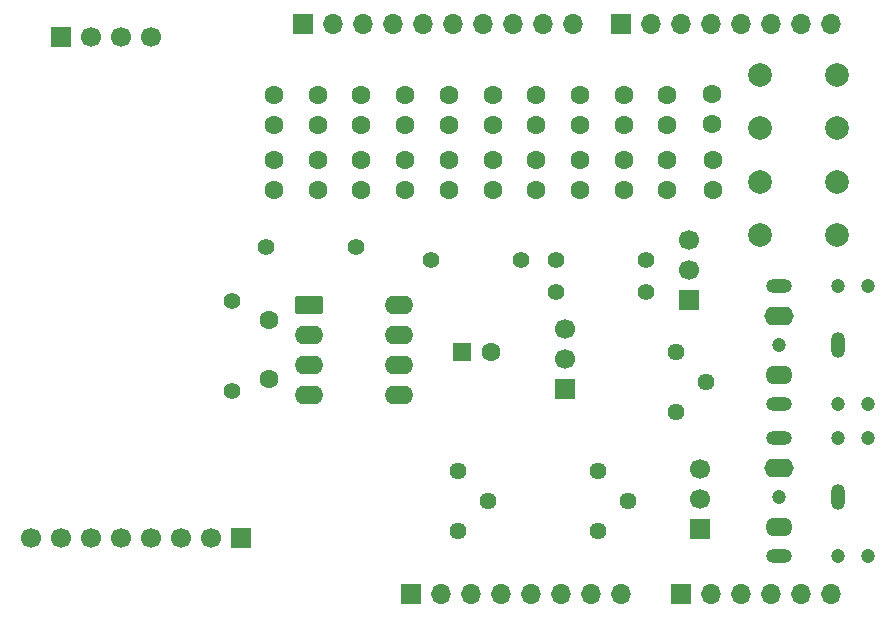
<source format=gbr>
%TF.GenerationSoftware,KiCad,Pcbnew,9.0.7*%
%TF.CreationDate,2026-02-04T16:38:47-07:00*%
%TF.ProjectId,Uno_Shield_DSP,556e6f5f-5368-4696-956c-645f4453502e,rev?*%
%TF.SameCoordinates,Original*%
%TF.FileFunction,Soldermask,Bot*%
%TF.FilePolarity,Negative*%
%FSLAX46Y46*%
G04 Gerber Fmt 4.6, Leading zero omitted, Abs format (unit mm)*
G04 Created by KiCad (PCBNEW 9.0.7) date 2026-02-04 16:38:47*
%MOMM*%
%LPD*%
G01*
G04 APERTURE LIST*
G04 Aperture macros list*
%AMRoundRect*
0 Rectangle with rounded corners*
0 $1 Rounding radius*
0 $2 $3 $4 $5 $6 $7 $8 $9 X,Y pos of 4 corners*
0 Add a 4 corners polygon primitive as box body*
4,1,4,$2,$3,$4,$5,$6,$7,$8,$9,$2,$3,0*
0 Add four circle primitives for the rounded corners*
1,1,$1+$1,$2,$3*
1,1,$1+$1,$4,$5*
1,1,$1+$1,$6,$7*
1,1,$1+$1,$8,$9*
0 Add four rect primitives between the rounded corners*
20,1,$1+$1,$2,$3,$4,$5,0*
20,1,$1+$1,$4,$5,$6,$7,0*
20,1,$1+$1,$6,$7,$8,$9,0*
20,1,$1+$1,$8,$9,$2,$3,0*%
G04 Aperture macros list end*
%ADD10C,1.400000*%
%ADD11R,1.700000X1.700000*%
%ADD12O,1.700000X1.700000*%
%ADD13C,1.600000*%
%ADD14C,2.000000*%
%ADD15RoundRect,0.250000X-0.950000X-0.550000X0.950000X-0.550000X0.950000X0.550000X-0.950000X0.550000X0*%
%ADD16O,2.400000X1.600000*%
%ADD17C,1.200000*%
%ADD18O,2.200000X1.200000*%
%ADD19O,2.300000X1.600000*%
%ADD20O,1.200000X2.200000*%
%ADD21O,2.500000X1.600000*%
%ADD22RoundRect,0.250000X-0.550000X-0.550000X0.550000X-0.550000X0.550000X0.550000X-0.550000X0.550000X0*%
%ADD23C,1.440000*%
%ADD24C,1.700000*%
G04 APERTURE END LIST*
D10*
%TO.C,R23*%
X123300000Y-68100000D03*
X115680000Y-68100000D03*
%TD*%
D11*
%TO.C,J1*%
X127940000Y-97460000D03*
D12*
X130480000Y-97460000D03*
X133020000Y-97460000D03*
X135560000Y-97460000D03*
X138100000Y-97460000D03*
X140640000Y-97460000D03*
X143180000Y-97460000D03*
X145720000Y-97460000D03*
%TD*%
D11*
%TO.C,J3*%
X150800000Y-97460000D03*
D12*
X153340000Y-97460000D03*
X155880000Y-97460000D03*
X158420000Y-97460000D03*
X160960000Y-97460000D03*
X163500000Y-97460000D03*
%TD*%
D11*
%TO.C,J2*%
X118796000Y-49200000D03*
D12*
X121336000Y-49200000D03*
X123876000Y-49200000D03*
X126416000Y-49200000D03*
X128956000Y-49200000D03*
X131496000Y-49200000D03*
X134036000Y-49200000D03*
X136576000Y-49200000D03*
X139116000Y-49200000D03*
X141656000Y-49200000D03*
%TD*%
D11*
%TO.C,J4*%
X145720000Y-49200000D03*
D12*
X148260000Y-49200000D03*
X150800000Y-49200000D03*
X153340000Y-49200000D03*
X155880000Y-49200000D03*
X158420000Y-49200000D03*
X160960000Y-49200000D03*
X163500000Y-49200000D03*
%TD*%
D13*
%TO.C,R9*%
X131150000Y-55210000D03*
X131150000Y-57750000D03*
%TD*%
D14*
%TO.C,SW1*%
X163975000Y-67075000D03*
X157475000Y-67075000D03*
X163975000Y-62575000D03*
X157475000Y-62575000D03*
%TD*%
D13*
%TO.C,R17*%
X134850000Y-60710000D03*
X134850000Y-63250000D03*
%TD*%
%TO.C,C2*%
X115890000Y-79210000D03*
X115890000Y-74210000D03*
%TD*%
D15*
%TO.C,U1*%
X119280000Y-73000000D03*
D16*
X119280000Y-75540000D03*
X119280000Y-78080000D03*
X119280000Y-80620000D03*
X126900000Y-80620000D03*
X126900000Y-78080000D03*
X126900000Y-75540000D03*
X126900000Y-73000000D03*
%TD*%
D17*
%TO.C,J13*%
X164100000Y-81375000D03*
X166600000Y-81375000D03*
X159100000Y-76375000D03*
X164100000Y-71375000D03*
X166600000Y-71375000D03*
D18*
X159100000Y-81375000D03*
D19*
X159100000Y-78875000D03*
D20*
X164100000Y-76375000D03*
D18*
X159100000Y-71375000D03*
D21*
X159100000Y-73875000D03*
%TD*%
D22*
%TO.C,C1*%
X132230000Y-76980000D03*
D13*
X134730000Y-76980000D03*
%TD*%
D23*
%TO.C,RV3*%
X150360000Y-82040000D03*
X152900000Y-79500000D03*
X150360000Y-76960000D03*
%TD*%
D13*
%TO.C,R10*%
X127450000Y-55210000D03*
X127450000Y-57750000D03*
%TD*%
%TO.C,R7*%
X138550000Y-55210000D03*
X138550000Y-57750000D03*
%TD*%
D10*
%TO.C,R26*%
X140230000Y-69200000D03*
X147850000Y-69200000D03*
%TD*%
D11*
%TO.C,J5*%
X113580000Y-92700000D03*
D24*
X111040000Y-92700000D03*
X108500000Y-92700000D03*
X105960000Y-92700000D03*
X103420000Y-92700000D03*
X100880000Y-92700000D03*
X98340000Y-92700000D03*
X95800000Y-92700000D03*
%TD*%
D23*
%TO.C,RV1*%
X131915000Y-92140000D03*
X134455000Y-89600000D03*
X131915000Y-87060000D03*
%TD*%
D13*
%TO.C,R1*%
X153500000Y-60700000D03*
X153500000Y-63240000D03*
%TD*%
D11*
%TO.C,J6*%
X98330000Y-50300000D03*
D24*
X100870000Y-50300000D03*
X103410000Y-50300000D03*
X105950000Y-50300000D03*
%TD*%
D13*
%TO.C,R2*%
X153450000Y-55150000D03*
X153450000Y-57690000D03*
%TD*%
%TO.C,R14*%
X145950000Y-60700000D03*
X145950000Y-63240000D03*
%TD*%
%TO.C,R5*%
X145950000Y-55200000D03*
X145950000Y-57740000D03*
%TD*%
%TO.C,R13*%
X116350000Y-55210000D03*
X116350000Y-57750000D03*
%TD*%
%TO.C,R20*%
X123750000Y-60710000D03*
X123750000Y-63250000D03*
%TD*%
D17*
%TO.C,J12*%
X164100000Y-94250000D03*
X166600000Y-94250000D03*
X159100000Y-89250000D03*
X164100000Y-84250000D03*
X166600000Y-84250000D03*
D18*
X159100000Y-94250000D03*
D19*
X159100000Y-91750000D03*
D20*
X164100000Y-89250000D03*
D18*
X159100000Y-84250000D03*
D21*
X159100000Y-86750000D03*
%TD*%
D13*
%TO.C,R12*%
X120050000Y-55210000D03*
X120050000Y-57750000D03*
%TD*%
%TO.C,R16*%
X138550000Y-60710000D03*
X138550000Y-63250000D03*
%TD*%
D10*
%TO.C,R27*%
X147820000Y-71900000D03*
X140200000Y-71900000D03*
%TD*%
D14*
%TO.C,SW2*%
X164000000Y-58000000D03*
X157500000Y-58000000D03*
X164000000Y-53500000D03*
X157500000Y-53500000D03*
%TD*%
D13*
%TO.C,R8*%
X134850000Y-55210000D03*
X134850000Y-57750000D03*
%TD*%
%TO.C,R21*%
X120050000Y-60710000D03*
X120050000Y-63250000D03*
%TD*%
D10*
%TO.C,R25*%
X137260000Y-69200000D03*
X129640000Y-69200000D03*
%TD*%
D11*
%TO.C,J9*%
X141000000Y-80080000D03*
D24*
X141000000Y-77540000D03*
X141000000Y-75000000D03*
%TD*%
D23*
%TO.C,RV2*%
X143800000Y-92080000D03*
X146340000Y-89540000D03*
X143800000Y-87000000D03*
%TD*%
D13*
%TO.C,R6*%
X142250000Y-55210000D03*
X142250000Y-57750000D03*
%TD*%
%TO.C,R22*%
X116350000Y-60710000D03*
X116350000Y-63250000D03*
%TD*%
%TO.C,R4*%
X149650000Y-55200000D03*
X149650000Y-57740000D03*
%TD*%
%TO.C,R11*%
X123750000Y-55210000D03*
X123750000Y-57750000D03*
%TD*%
%TO.C,R3*%
X149650000Y-60700000D03*
X149650000Y-63240000D03*
%TD*%
%TO.C,R18*%
X131150000Y-60710000D03*
X131150000Y-63250000D03*
%TD*%
%TO.C,R19*%
X127450000Y-60710000D03*
X127450000Y-63250000D03*
%TD*%
D11*
%TO.C,J11*%
X151450000Y-72590000D03*
D24*
X151450000Y-70050000D03*
X151450000Y-67510000D03*
%TD*%
D13*
%TO.C,R15*%
X142250000Y-60700000D03*
X142250000Y-63240000D03*
%TD*%
D11*
%TO.C,J10*%
X152400000Y-91980000D03*
D24*
X152400000Y-89440000D03*
X152400000Y-86900000D03*
%TD*%
D10*
%TO.C,R24*%
X112790000Y-72610000D03*
X112790000Y-80230000D03*
%TD*%
M02*

</source>
